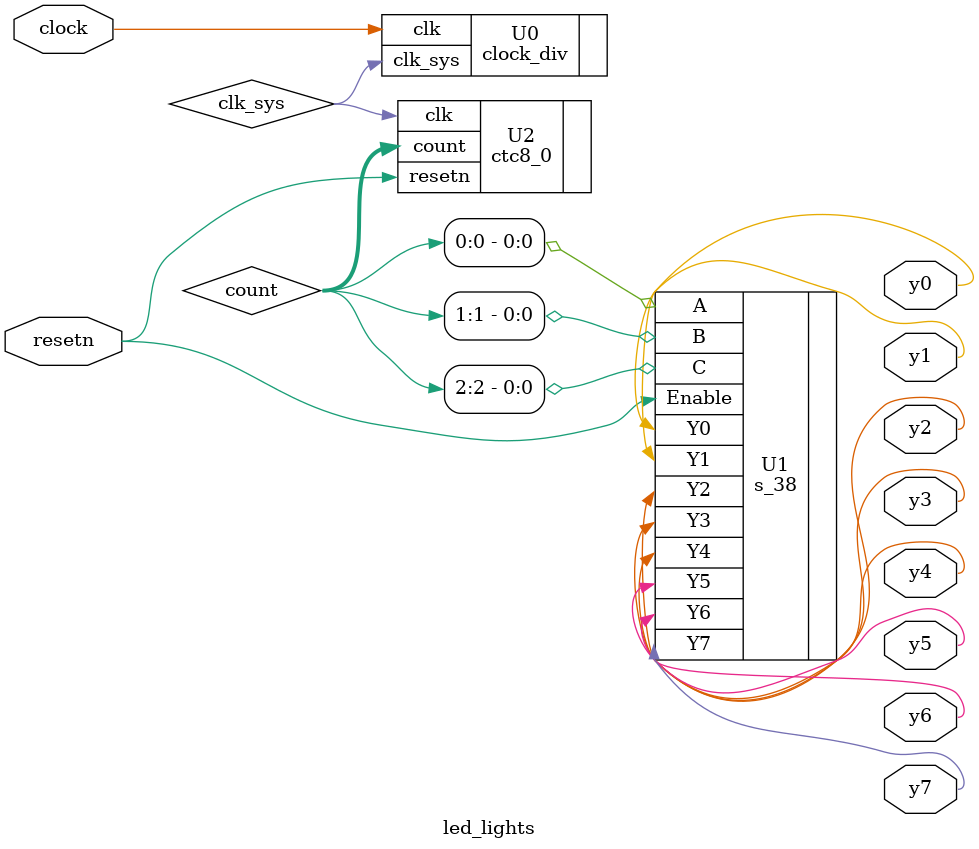
<source format=v>
`timescale 1ns / 1ps


module led_lights(
clock,
resetn,
y0,
y1,
y2,
y3,
y4,
y5,
y6,
y7,
);
input clock,resetn;
output y0,y1,y2,y3,y4,y5,y6,y7;
wire clk_sys;
wire [2:0] count;
// clock
clock_div U0(
.clk(clock),
.clk_sys(clk_sys)
);
// 38decoder
s_38 U1(
.A(count[0]),
.B(count[1]),
.C(count[2]),
.Enable(resetn),
.Y0(y0),
.Y1(y1),
.Y2(y2),
.Y3(y3),
.Y4(y4),
.Y5(y5),
.Y6(y6),
.Y7(y7)
);
// ctc
ctc8_0 U2(
.clk(clk_sys),
.resetn(resetn),
.count(count)
);
endmodule

</source>
